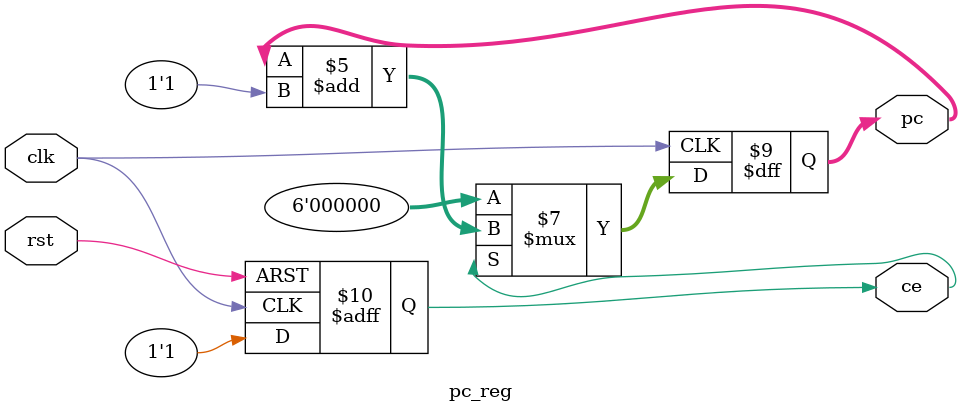
<source format=v>
/* µ¹¥X¨ú«ü¥O¦ì§}¡A¨Ã¦b¨C­ÓCLOCK¨ú«ü¥O¦ì§}»¼¼W */
module pc_reg(clk, rst, pc, ce);

	input wire 			clk; /* ®É¯ß°T¸¹ */
	input wire 			rst; /* ­«³]°T¸¹ */
	output reg [5:0]	pc;  /* ­nÅª¨úªº«ü¥O¦ì§} */
	output reg			ce;  /* «ü¥O°O¾ÐÅé±Ò¥Î°T¸¹ */
	
	/* ¦b®É¯ß°T¸¹¤W¤É½tÄ²µo */
	always @(posedge clk or negedge rst)
		begin
			/* rstÄ²µo¥B¦³®Ä®É¡A«ü¥O°O¾ÐÅé±Ò¥Î°T¸¹«hµL®Ä */
			if(!rst)
				ce <= 1'b0;
			else
				ce <= 1'b1;
		end
		
	always @(posedge clk)
		begin
			if(ce == 1'b0)
				pc <= 6'o00;
			else
				pc <= pc + 1'b1;
		end
		
endmodule

</source>
